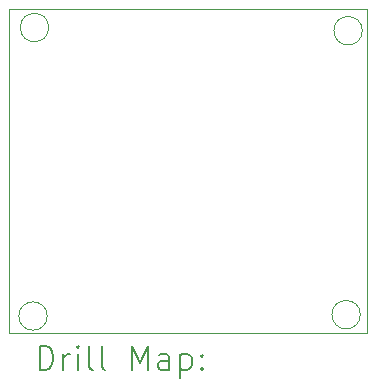
<source format=gbr>
%TF.GenerationSoftware,KiCad,Pcbnew,8.0.7*%
%TF.CreationDate,2025-03-08T23:37:16+05:30*%
%TF.ProjectId,1_AC to DC Converter,315f4143-2074-46f2-9044-4320436f6e76,rev?*%
%TF.SameCoordinates,Original*%
%TF.FileFunction,Drillmap*%
%TF.FilePolarity,Positive*%
%FSLAX45Y45*%
G04 Gerber Fmt 4.5, Leading zero omitted, Abs format (unit mm)*
G04 Created by KiCad (PCBNEW 8.0.7) date 2025-03-08 23:37:16*
%MOMM*%
%LPD*%
G01*
G04 APERTURE LIST*
%ADD10C,0.100000*%
%ADD11C,0.050000*%
%ADD12C,0.200000*%
G04 APERTURE END LIST*
D10*
X13103348Y-7566741D02*
G75*
G02*
X12863348Y-7566741I-120000J0D01*
G01*
X12863348Y-7566741D02*
G75*
G02*
X13103348Y-7566741I120000J0D01*
G01*
X13090941Y-10009961D02*
G75*
G02*
X12850941Y-10009961I-120000J0D01*
G01*
X12850941Y-10009961D02*
G75*
G02*
X13090941Y-10009961I120000J0D01*
G01*
D11*
X12769960Y-7413956D02*
X15800000Y-7413956D01*
X15800000Y-10150000D01*
X12769960Y-10150000D01*
X12769960Y-7413956D01*
D10*
X15742263Y-9997737D02*
G75*
G02*
X15502263Y-9997737I-120000J0D01*
G01*
X15502263Y-9997737D02*
G75*
G02*
X15742263Y-9997737I120000J0D01*
G01*
X15758604Y-7593585D02*
G75*
G02*
X15518604Y-7593585I-120000J0D01*
G01*
X15518604Y-7593585D02*
G75*
G02*
X15758604Y-7593585I120000J0D01*
G01*
D12*
X13028236Y-10463984D02*
X13028236Y-10263984D01*
X13028236Y-10263984D02*
X13075855Y-10263984D01*
X13075855Y-10263984D02*
X13104427Y-10273508D01*
X13104427Y-10273508D02*
X13123474Y-10292555D01*
X13123474Y-10292555D02*
X13132998Y-10311603D01*
X13132998Y-10311603D02*
X13142522Y-10349698D01*
X13142522Y-10349698D02*
X13142522Y-10378270D01*
X13142522Y-10378270D02*
X13132998Y-10416365D01*
X13132998Y-10416365D02*
X13123474Y-10435412D01*
X13123474Y-10435412D02*
X13104427Y-10454460D01*
X13104427Y-10454460D02*
X13075855Y-10463984D01*
X13075855Y-10463984D02*
X13028236Y-10463984D01*
X13228236Y-10463984D02*
X13228236Y-10330650D01*
X13228236Y-10368746D02*
X13237760Y-10349698D01*
X13237760Y-10349698D02*
X13247284Y-10340174D01*
X13247284Y-10340174D02*
X13266332Y-10330650D01*
X13266332Y-10330650D02*
X13285379Y-10330650D01*
X13352046Y-10463984D02*
X13352046Y-10330650D01*
X13352046Y-10263984D02*
X13342522Y-10273508D01*
X13342522Y-10273508D02*
X13352046Y-10283031D01*
X13352046Y-10283031D02*
X13361570Y-10273508D01*
X13361570Y-10273508D02*
X13352046Y-10263984D01*
X13352046Y-10263984D02*
X13352046Y-10283031D01*
X13475855Y-10463984D02*
X13456808Y-10454460D01*
X13456808Y-10454460D02*
X13447284Y-10435412D01*
X13447284Y-10435412D02*
X13447284Y-10263984D01*
X13580617Y-10463984D02*
X13561570Y-10454460D01*
X13561570Y-10454460D02*
X13552046Y-10435412D01*
X13552046Y-10435412D02*
X13552046Y-10263984D01*
X13809189Y-10463984D02*
X13809189Y-10263984D01*
X13809189Y-10263984D02*
X13875855Y-10406841D01*
X13875855Y-10406841D02*
X13942522Y-10263984D01*
X13942522Y-10263984D02*
X13942522Y-10463984D01*
X14123474Y-10463984D02*
X14123474Y-10359222D01*
X14123474Y-10359222D02*
X14113951Y-10340174D01*
X14113951Y-10340174D02*
X14094903Y-10330650D01*
X14094903Y-10330650D02*
X14056808Y-10330650D01*
X14056808Y-10330650D02*
X14037760Y-10340174D01*
X14123474Y-10454460D02*
X14104427Y-10463984D01*
X14104427Y-10463984D02*
X14056808Y-10463984D01*
X14056808Y-10463984D02*
X14037760Y-10454460D01*
X14037760Y-10454460D02*
X14028236Y-10435412D01*
X14028236Y-10435412D02*
X14028236Y-10416365D01*
X14028236Y-10416365D02*
X14037760Y-10397317D01*
X14037760Y-10397317D02*
X14056808Y-10387793D01*
X14056808Y-10387793D02*
X14104427Y-10387793D01*
X14104427Y-10387793D02*
X14123474Y-10378270D01*
X14218713Y-10330650D02*
X14218713Y-10530650D01*
X14218713Y-10340174D02*
X14237760Y-10330650D01*
X14237760Y-10330650D02*
X14275855Y-10330650D01*
X14275855Y-10330650D02*
X14294903Y-10340174D01*
X14294903Y-10340174D02*
X14304427Y-10349698D01*
X14304427Y-10349698D02*
X14313951Y-10368746D01*
X14313951Y-10368746D02*
X14313951Y-10425889D01*
X14313951Y-10425889D02*
X14304427Y-10444936D01*
X14304427Y-10444936D02*
X14294903Y-10454460D01*
X14294903Y-10454460D02*
X14275855Y-10463984D01*
X14275855Y-10463984D02*
X14237760Y-10463984D01*
X14237760Y-10463984D02*
X14218713Y-10454460D01*
X14399665Y-10444936D02*
X14409189Y-10454460D01*
X14409189Y-10454460D02*
X14399665Y-10463984D01*
X14399665Y-10463984D02*
X14390141Y-10454460D01*
X14390141Y-10454460D02*
X14399665Y-10444936D01*
X14399665Y-10444936D02*
X14399665Y-10463984D01*
X14399665Y-10340174D02*
X14409189Y-10349698D01*
X14409189Y-10349698D02*
X14399665Y-10359222D01*
X14399665Y-10359222D02*
X14390141Y-10349698D01*
X14390141Y-10349698D02*
X14399665Y-10340174D01*
X14399665Y-10340174D02*
X14399665Y-10359222D01*
M02*

</source>
